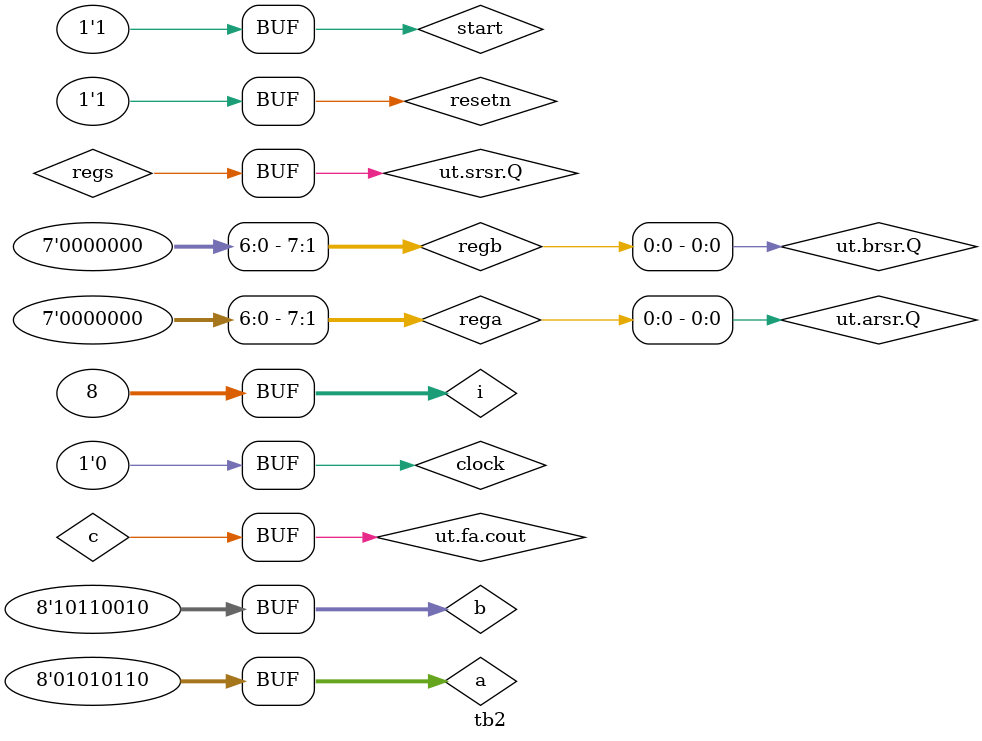
<source format=v>
module serial_adder(input [7:0] load_a, load_b, input start, clock, output [7:0] sum, output reg done, output cout);

reg ain =0, bin =0;
reg [7:0] load_d =0;
wire fa_sum, dff_fa_c;
wire [7:0] a, b;
reg [3:0]state =0;

rshift_reg arsr(.data_in(load_a), .clock(clock), .lin(ain), .resetn(resetn), .Q(a));
rshift_reg brsr(.data_in(load_b), .clock(clock), .lin(bin), .resetn(resetn), .Q(b));
rshift_reg srsr(.data_in(load_d), .clock(clock), .lin(fa_sum), .resetn(resetn), .Q(sum));
d_flipflop d_ff(cout, resetn, clock, dff_fa_c);
full_adder fa(.a(a[0]), .b(b[0]), .cin(dff_fa_c), .s(fa_sum), .cout(cout));

always @(posedge clock, negedge resetn) begin
	if(!resetn) begin
	state <=0;
	done <=0;
	end else if(start)begin
	state <= state+1;
	if (state==7) done<=1;
	end
end
endmodule

module rshift_reg(input [7:0]data_in, input clock, lin, resetn, output reg [7:0] Q);
always @(posedge clock, negedge resetn) begin
	if(!resetn) Q<=data_in;
	else Q<= {lin, Q[7:1]};
end
endmodule

module d_flipflop (input d, resetn, clock, output reg q);
always @(posedge clock, negedge resetn) begin
	if(!resetn) begin
	q<=0;
	end else begin
	q<=d;
	end
end
endmodule

module full_adder(input a, b, cin, output s, cout);
assign {cout, s} = a + b + cin;
endmodule


module tb2();
reg [7:0] a, b;
reg clock, start, resetn;
wire [7:0]sum;
wire done, cout, s, c;
wire [7:0]rega, regb, regsum;
integer i;
serial_adder ut(a, b, start, clock,  sum, done, cout);
assign rega = ut.arsr.Q;
assign regb = ut.brsr.Q;
assign regs = ut.srsr.Q;
assign s = ut.fa.s;
assign c = ut.fa.cout;
initial
begin
//giving starting default values
a = 8'b01010110;
b = 8'b10110010; start=1; clock=1;
//setting teh module at reset.
resetn=1; #1; resetn=0; #1; resetn=1; clock=0; #1;
//additional cycles for computing the adder result.
for( i=0; i<8; i=i+1)begin
clock =1; #20;
clock =0; #20;
end
end
endmodule

</source>
